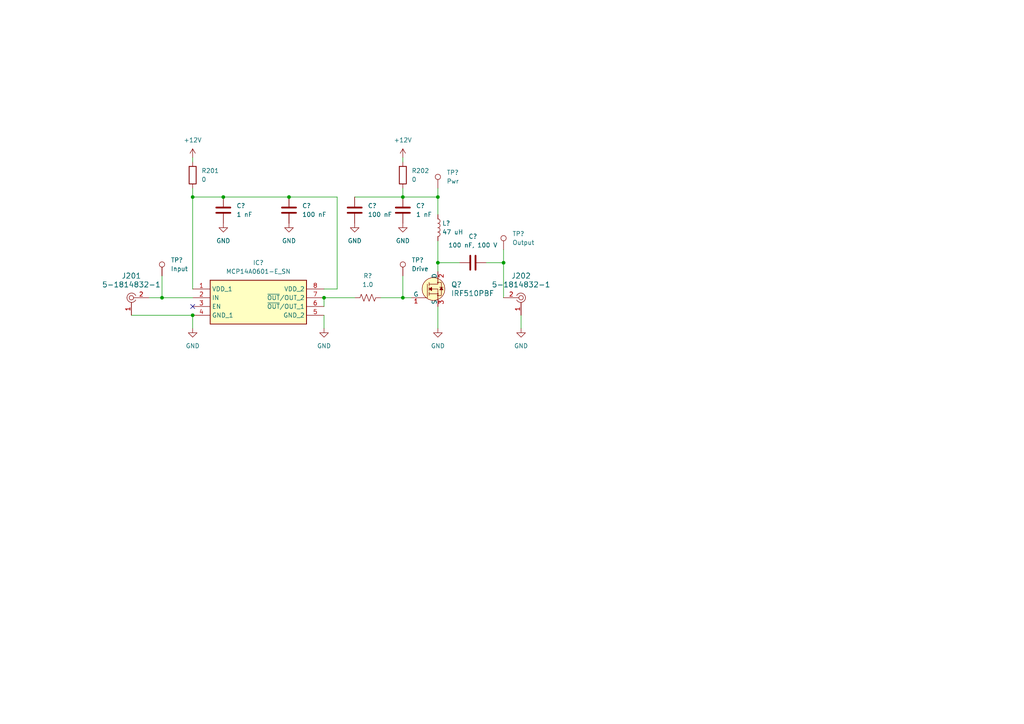
<source format=kicad_sch>
(kicad_sch (version 20230121) (generator eeschema)
  (paper "A4")
  (lib_symbols
    (symbol "Connector:TestPoint" (pin_numbers hide) (pin_names (offset 0.762) hide)
      (property "Reference" "TP" (at 0 6.858 0))
      (property "Value" "TestPoint" (at 0 5.08 0))
      (symbol "TestPoint_0_1"
        (circle (center 0 3.302) (radius 0.762))
      )
      (symbol "TestPoint_1_1"
        (pin passive line (at 0 0 90) (length 2.54) (name "1") (number "1"))
      )
    )
    (symbol "Device:C" (pin_numbers hide) (pin_names (offset 0.254))
      (property "Reference" "C" (at 0.635 2.54 0))
      (property "Value" "C" (at 0.635 -2.54 0))
      (symbol "C_0_1"
        (polyline (pts (xy -2.032 -0.762) (xy 2.032 -0.762)) (stroke (width 0.508)))
        (polyline (pts (xy -2.032 0.762) (xy 2.032 0.762)) (stroke (width 0.508)))
      )
      (symbol "C_1_1"
        (pin passive line (at 0 3.81 270) (length 2.794) (name "~") (number "1"))
        (pin passive line (at 0 -3.81 90) (length 2.794) (name "~") (number "2"))
      )
    )
    (symbol "Device:L" (pin_numbers hide) (pin_names (offset 1.016) hide)
      (property "Reference" "L" (at -1.27 0 90))
      (property "Value" "L" (at 1.905 0 90))
      (symbol "L_0_1"
        (arc (start 0 -2.54) (mid 0.6323 -1.905) (end 0 -1.27))
        (arc (start 0 -1.27) (mid 0.6323 -0.635) (end 0 0))
        (arc (start 0 0) (mid 0.6323 0.635) (end 0 1.27))
        (arc (start 0 1.27) (mid 0.6323 1.905) (end 0 2.54))
      )
      (symbol "L_1_1"
        (pin passive line (at 0 3.81 270) (length 1.27) (name "1") (number "1"))
        (pin passive line (at 0 -3.81 90) (length 1.27) (name "2") (number "2"))
      )
    )
    (symbol "Device:R" (pin_numbers hide) (pin_names (offset 0))
      (property "Reference" "R" (at 2.032 0 90))
      (property "Value" "R" (at 0 0 90))
      (symbol "R_0_1"
        (rectangle (start -1.016 -2.54) (end 1.016 2.54) (stroke (width 0.254)))
      )
      (symbol "R_1_1"
        (pin passive line (at 0 3.81 270) (length 1.27) (name "~") (number "1"))
        (pin passive line (at 0 -3.81 90) (length 1.27) (name "~") (number "2"))
      )
    )
    (symbol "Device:R_US" (pin_numbers hide) (pin_names (offset 0))
      (property "Reference" "R" (at 2.54 0 90))
      (property "Value" "R_US" (at -2.54 0 90))
      (symbol "R_US_0_1"
        (polyline (pts (xy 0 -2.286) (xy 0 -2.54)))
        (polyline (pts (xy 0 2.286) (xy 0 2.54)))
        (polyline (pts (xy 0 -0.762) (xy 1.016 -1.143) (xy 0 -1.524) (xy -1.016 -1.905) (xy 0 -2.286)))
        (polyline (pts (xy 0 0.762) (xy 1.016 0.381) (xy 0 0) (xy -1.016 -0.381) (xy 0 -0.762)))
        (polyline (pts (xy 0 2.286) (xy 1.016 1.905) (xy 0 1.524) (xy -1.016 1.143) (xy 0 0.762)))
      )
      (symbol "R_US_1_1"
        (pin passive line (at 0 3.81 270) (length 1.27) (name "~") (number "1"))
        (pin passive line (at 0 -3.81 90) (length 1.27) (name "~") (number "2"))
      )
    )
    (symbol "MCP14A0601-E_SN:MCP14A0601-E_SN"
      (property "Reference" "IC" (at 34.29 7.62 0))
      (property "Value" "MCP14A0601-E_SN" (at 34.29 5.08 0))
      (symbol "MCP14A0601-E_SN_1_1"
        (rectangle (start 5.08 2.54) (end 33.02 -10.16) (stroke (width 0.254)) (fill (type background)))
        (pin passive line (at 0 0 0) (length 5.08) (name "VDD_1") (number "1"))
        (pin passive line (at 0 -2.54 0) (length 5.08) (name "IN") (number "2"))
        (pin passive line (at 0 -5.08 0) (length 5.08) (name "EN") (number "3"))
        (pin passive line (at 0 -7.62 0) (length 5.08) (name "GND_1") (number "4"))
        (pin passive line (at 38.1 -7.62 180) (length 5.08) (name "GND_2") (number "5"))
        (pin passive line (at 38.1 -5.08 180) (length 5.08) (name "~{OUT}/OUT_1") (number "6"))
        (pin passive line (at 38.1 -2.54 180) (length 5.08) (name "~{OUT}/OUT_2") (number "7"))
        (pin passive line (at 38.1 0 180) (length 5.08) (name "VDD_2") (number "8"))
      )
    )
    (symbol "dk_Coaxial-Connectors-RF:5-1814832-1" (pin_names (offset 1.016))
      (property "Reference" "J" (at -2.54 1.27 0))
      (property "Value" "5-1814832-1" (at 1.27 -2.54 0))
      (symbol "5-1814832-1_0_1"
        (arc (start -1.27 0) (mid -0.2651 -1.3081) (end 1.27 -0.635))
        (circle (center 0 0) (radius 0.635))
        (arc (start 1.27 0.635) (mid -0.2496 1.3256) (end -1.27 0))
      )
      (symbol "5-1814832-1_1_1"
        (pin passive line (at 0 -5.08 90) (length 3.683) (name "~") (number "1"))
        (pin passive line (at 5.08 0 180) (length 4.445) (name "~") (number "2"))
      )
    )
    (symbol "dk_Transistors-FETs-MOSFETs-Single:IRF510PBF" (pin_names (offset 0))
      (property "Reference" "Q" (at -2.6924 3.6322 0))
      (property "Value" "IRF510PBF" (at 3.4544 0 90))
      (symbol "IRF510PBF_0_1"
        (circle (center -1.27 0) (radius 3.302) (fill (type background)))
        (circle (center 0 -1.905) (radius 0.127))
        (circle (center 0 -1.397) (radius 0.127))
        (polyline (pts (xy 0 -1.397) (xy -2.54 -1.397)))
        (polyline (pts (xy -5.08 -2.54) (xy -3.048 -2.54) (xy -3.048 1.397)))
        (polyline (pts (xy 0 -2.54) (xy 0 0) (xy -2.54 0)))
        (polyline (pts (xy 0 2.54) (xy 0 1.397) (xy -2.54 1.397)))
        (polyline (pts (xy -0.127 -1.905) (xy 1.016 -1.905) (xy 1.016 1.397) (xy 1.016 1.905) (xy -0.127 1.905)))
        (circle (center 0 1.905) (radius 0.127))
      )
      (symbol "IRF510PBF_1_1"
        (polyline (pts (xy -2.54 -1.397) (xy -2.54 -1.905)))
        (polyline (pts (xy -2.54 -1.397) (xy -2.54 -0.889)))
        (polyline (pts (xy -2.54 0) (xy -2.54 -0.508)))
        (polyline (pts (xy -2.54 0) (xy -2.54 0.508)))
        (polyline (pts (xy -2.54 1.905) (xy -2.54 0.889)))
        (polyline (pts (xy 1.524 0.508) (xy 0.508 0.508)))
        (polyline (pts (xy -2.54 0) (xy -1.778 0.508) (xy -1.778 -0.508) (xy -2.54 0)) (fill (type outline)))
        (polyline (pts (xy 1.016 0.508) (xy 0.508 -0.254) (xy 1.524 -0.254) (xy 1.016 0.508)) (fill (type outline)))
        (pin bidirectional line (at -7.62 -2.54 0) (length 2.54) (name "G") (number "1"))
        (pin bidirectional line (at 0 5.08 270) (length 2.54) (name "D") (number "2"))
        (pin bidirectional line (at 0 -5.08 90) (length 2.54) (name "S") (number "3"))
      )
    )
    (symbol "power:+12V" (power) (pin_names (offset 0))
      (property "Value" "+12V" (at 0 3.556 0))
      (symbol "+12V_0_1"
        (polyline (pts (xy -0.762 1.27) (xy 0 2.54)))
        (polyline (pts (xy 0 0) (xy 0 2.54)))
        (polyline (pts (xy 0 2.54) (xy 0.762 1.27)))
      )
      (symbol "+12V_1_1"
        (pin power_in line (at 0 0 90) (length 0) hide (name "+12V") (number "1"))
      )
    )
    (symbol "power:GND" (power) (pin_names (offset 0))
      (property "Value" "GND" (at 0 -3.81 0))
      (symbol "GND_0_1"
        (polyline (pts (xy 0 0) (xy 0 -1.27) (xy 1.27 -1.27) (xy 0 -2.54) (xy -1.27 -1.27) (xy 0 -1.27)))
      )
      (symbol "GND_1_1"
        (pin power_in line (at 0 0 270) (length 0) hide (name "GND") (number "1"))
      )
    )
  )
  (junction (at 55.88 57.15))
  (junction (at 93.98 86.36))
  (junction (at 127 76.2))
  (junction (at 127 57.15))
  (junction (at 64.77 57.15))
  (junction (at 146.05 76.2))
  (junction (at 55.88 91.44))
  (junction (at 46.99 86.36))
  (junction (at 83.82 57.15))
  (junction (at 116.84 86.36))
  (junction (at 116.84 57.15))
  (no_connect (at 55.88 88.9))
  (wire (pts (xy 116.84 45.72) (xy 116.84 46.99)))
  (wire (pts (xy 116.84 80.01) (xy 116.84 86.36)))
  (wire (pts (xy 55.88 57.15) (xy 64.77 57.15)))
  (wire (pts (xy 83.82 57.15) (xy 97.79 57.15)))
  (wire (pts (xy 46.99 86.36) (xy 55.88 86.36)))
  (wire (pts (xy 55.88 57.15) (xy 55.88 83.82)))
  (wire (pts (xy 97.79 83.82) (xy 93.98 83.82)))
  (wire (pts (xy 97.79 83.82) (xy 97.79 57.15)))
  (wire (pts (xy 102.87 86.36) (xy 93.98 86.36)))
  (wire (pts (xy 102.87 57.15) (xy 116.84 57.15)))
  (wire (pts (xy 116.84 86.36) (xy 119.38 86.36)))
  (wire (pts (xy 127 76.2) (xy 133.35 76.2)))
  (wire (pts (xy 64.77 57.15) (xy 83.82 57.15)))
  (wire (pts (xy 55.88 45.72) (xy 55.88 46.99)))
  (wire (pts (xy 151.13 95.25) (xy 151.13 91.44)))
  (wire (pts (xy 43.18 86.36) (xy 46.99 86.36)))
  (wire (pts (xy 127 76.2) (xy 127 78.74)))
  (wire (pts (xy 146.05 76.2) (xy 146.05 86.36)))
  (wire (pts (xy 146.05 72.39) (xy 146.05 76.2)))
  (wire (pts (xy 116.84 54.61) (xy 116.84 57.15)))
  (wire (pts (xy 127 57.15) (xy 127 62.23)))
  (wire (pts (xy 93.98 95.25) (xy 93.98 91.44)))
  (wire (pts (xy 127 54.61) (xy 127 57.15)))
  (wire (pts (xy 38.1 91.44) (xy 55.88 91.44)))
  (wire (pts (xy 46.99 80.01) (xy 46.99 86.36)))
  (wire (pts (xy 55.88 95.25) (xy 55.88 91.44)))
  (wire (pts (xy 55.88 54.61) (xy 55.88 57.15)))
  (wire (pts (xy 127 95.25) (xy 127 88.9)))
  (wire (pts (xy 93.98 86.36) (xy 93.98 88.9)))
  (wire (pts (xy 127 69.85) (xy 127 76.2)))
  (wire (pts (xy 140.97 76.2) (xy 146.05 76.2)))
  (wire (pts (xy 110.49 86.36) (xy 116.84 86.36)))
  (wire (pts (xy 116.84 57.15) (xy 127 57.15)))
  (symbol (lib_id "Device:C") (at 64.77 60.96 0) (unit 1)
    (property "Reference" "C?" (at 68.58 59.69 0) (effects (justify left)))
    (property "Value" "1 nF" (at 68.58 62.23 0) (effects (justify left)))
    (property "Footprint" "Capacitor_SMD:C_0805_2012Metric" (effects hide))
    (instances (project "RFPowerAmp" (path "" (reference "C?") (unit 1)) (path "" (reference "C201") (unit 1))) (project "Breadboard" (path "" (reference "C3") (unit 1))))
  )
  (symbol (lib_id "Device:R") (at 55.88 50.8 0) (unit 1)
    (property "Reference" "R201" (at 58.42 49.53 0) (effects (justify left)))
    (property "Value" "0" (at 58.42 52.07 0) (effects (justify left)))
    (property "Footprint" "Resistor_THT:R_Axial_DIN0309_L9.0mm_D3.2mm_P12.70mm_Horizontal" (effects hide))
  )
  (symbol (lib_id "power:GND") (at 55.88 95.25 0) (unit 1)
    (property "Reference" "#PWR?" (effects hide))
    (property "Value" "GND" (at 55.88 100.33 0))
    (instances (project "RFPowerAmp" (path "" (reference "#PWR?") (unit 1)) (path "" (reference "#PWR02") (unit 1))) (project "Breadboard" (path "" (reference "#PWR03") (unit 1))))
  )
  (symbol (lib_id "power:GND") (at 102.87 64.77 0) (unit 1)
    (property "Reference" "#PWR?" (effects hide))
    (property "Value" "GND" (at 102.87 69.85 0))
    (instances (project "RFPowerAmp" (path "" (reference "#PWR?") (unit 1)) (path "" (reference "#PWR08") (unit 1))) (project "Breadboard" (path "" (reference "#PWR08") (unit 1))))
  )
  (symbol (lib_id "dk_Coaxial-Connectors-RF:5-1814832-1") (at 38.1 86.36 0) (unit 1)
    (property "Reference" "J201" (at 38.0999 80.01 0) (effects (font (size 1.524 1.524))))
    (property "Value" "5-1814832-1" (at 38.0999 82.55 0) (effects (font (size 1.524 1.524))))
    (property "Footprint" "digikey-footprints:RF_SMA_Vertical_5-1814832-1" (effects hide))
    (property "Datasheet" "https://www.te.com/commerce/DocumentDelivery/DDEController?Action=srchrtrv&DocNm=1814832&DocType=Customer+Drawing&DocLang=English" (effects hide))
    (property "Digi-Key_PN" "A97594-ND" (effects hide))
    (property "MPN" "5-1814832-1" (effects hide))
    (property "Category" "Connectors, Interconnects" (effects hide))
    (property "Family" "Coaxial Connectors (RF)" (effects hide))
    (property "DK_Datasheet_Link" "https://www.te.com/commerce/DocumentDelivery/DDEController?Action=srchrtrv&DocNm=1814832&DocType=Customer+Drawing&DocLang=English" (effects hide))
    (property "DK_Detail_Page" "/product-detail/en/te-connectivity-amp-connectors/5-1814832-1/A97594-ND/1755982" (effects hide))
    (property "Description" "CONN SMA JACK STR 50 OHM PCB" (effects hide))
    (property "Manufacturer" "TE Connectivity AMP Connectors" (effects hide))
    (property "Status" "Active" (effects hide))
  )
  (symbol (lib_id "Connector:TestPoint") (at 146.05 72.39 0) (unit 1)
    (property "Reference" "TP?" (at 148.59 67.818 0) (effects (justify left)))
    (property "Value" "Output" (at 148.59 70.358 0) (effects (justify left)))
    (property "Footprint" "TestPoint:TestPoint_THTPad_D3.0mm_Drill1.5mm" (effects hide))
    (instances (project "RFPowerAmp" (path "" (reference "TP?") (unit 1)) (path "" (reference "TP203") (unit 1))) (project "Breadboard" (path "" (reference "TP3") (unit 1))))
  )
  (symbol (lib_id "Device:C") (at 102.87 60.96 0) (unit 1)
    (property "Reference" "C?" (at 106.68 59.69 0) (effects (justify left)))
    (property "Value" "100 nF" (at 106.68 62.23 0) (effects (justify left)))
    (property "Footprint" "Capacitor_SMD:C_0805_2012Metric" (effects hide))
    (instances (project "RFPowerAmp" (path "" (reference "C?") (unit 1)) (path "" (reference "C203") (unit 1))) (project "Breadboard" (path "" (reference "C5") (unit 1))))
  )
  (symbol (lib_id "Connector:TestPoint") (at 46.99 80.01 0) (unit 1)
    (property "Reference" "TP?" (at 49.53 75.438 0) (effects (justify left)))
    (property "Value" "Input" (at 49.53 77.978 0) (effects (justify left)))
    (property "Footprint" "TestPoint:TestPoint_THTPad_D3.0mm_Drill1.5mm" (effects hide))
    (instances (project "RFPowerAmp" (path "" (reference "TP?") (unit 1)) (path "" (reference "TP201") (unit 1))) (project "Breadboard" (path "" (reference "TP1") (unit 1))))
  )
  (symbol (lib_id "Device:R_US") (at 106.68 86.36 270) (unit 1)
    (property "Reference" "R?" (at 106.68 80.01 90))
    (property "Value" "1.0" (at 106.68 82.55 90))
    (property "Footprint" "Resistor_SMD:R_0805_2012Metric" (effects hide))
    (instances (project "RFPowerAmp" (path "" (reference "R?") (unit 1)) (path "" (reference "R203") (unit 1))) (project "Breadboard" (path "" (reference "R1") (unit 1))))
  )
  (symbol (lib_id "power:+12V") (at 55.88 45.72 0) (unit 1)
    (property "Reference" "#PWR01" (effects hide))
    (property "Value" "+12V" (at 55.88 40.64 0))
  )
  (symbol (lib_id "Device:R") (at 116.84 50.8 0) (unit 1)
    (property "Reference" "R202" (at 119.38 49.53 0) (effects (justify left)))
    (property "Value" "0" (at 119.38 52.07 0) (effects (justify left)))
    (property "Footprint" "Resistor_THT:R_Axial_DIN0309_L9.0mm_D3.2mm_P12.70mm_Horizontal" (effects hide))
  )
  (symbol (lib_id "power:+12V") (at 116.84 45.72 0) (unit 1)
    (property "Reference" "#PWR021" (effects hide))
    (property "Value" "+12V" (at 116.84 40.64 0))
  )
  (symbol (lib_id "dk_Transistors-FETs-MOSFETs-Single:IRF510PBF") (at 127 83.82 0) (unit 1)
    (property "Reference" "Q?" (at 130.81 82.55 0) (effects (font (size 1.524 1.524)) (justify left)))
    (property "Value" "IRF510PBF" (at 130.81 85.09 0) (effects (font (size 1.524 1.524)) (justify left)))
    (property "Footprint" "digikey-footprints:TO-220-3" (effects hide))
    (property "Datasheet" "http://www.vishay.com/docs/91015/sihf510.pdf" (effects hide))
    (property "Digi-Key_PN" "IRF510PBF-ND" (effects hide))
    (property "MPN" "IRF510PBF" (effects hide))
    (property "Category" "Discrete Semiconductor Products" (effects hide))
    (property "Family" "Transistors - FETs, MOSFETs - Single" (effects hide))
    (property "DK_Datasheet_Link" "http://www.vishay.com/docs/91015/sihf510.pdf" (effects hide))
    (property "DK_Detail_Page" "/product-detail/en/vishay-siliconix/IRF510PBF/IRF510PBF-ND/811710" (effects hide))
    (property "Description" "MOSFET N-CH 100V 5.6A TO-220AB" (effects hide))
    (property "Manufacturer" "Vishay Siliconix" (effects hide))
    (property "Status" "Active" (effects hide))
    (instances (project "RFPowerAmp" (path "" (reference "Q?") (unit 1)) (path "" (reference "Q201") (unit 1))) (project "Breadboard" (path "" (reference "Q1") (unit 1))))
  )
  (symbol (lib_id "power:GND") (at 64.77 64.77 0) (unit 1)
    (property "Reference" "#PWR?" (effects hide))
    (property "Value" "GND" (at 64.77 69.85 0))
    (instances (project "RFPowerAmp" (path "" (reference "#PWR?") (unit 1)) (path "" (reference "#PWR03") (unit 1))) (project "Breadboard" (path "" (reference "#PWR06") (unit 1))))
  )
  (symbol (lib_id "Device:C") (at 137.16 76.2 90) (unit 1)
    (property "Reference" "C?" (at 137.16 68.58 90))
    (property "Value" "100 nF, 100 V" (at 137.16 71.12 90))
    (property "Footprint" "Capacitor_SMD:C_0805_2012Metric" (effects hide))
    (instances (project "RFPowerAmp" (path "" (reference "C?") (unit 1)) (path "" (reference "C205") (unit 1))) (project "Breadboard" (path "" (reference "C7") (unit 1))))
  )
  (symbol (lib_id "power:GND") (at 93.98 95.25 0) (unit 1)
    (property "Reference" "#PWR?" (effects hide))
    (property "Value" "GND" (at 93.98 100.33 0))
    (instances (project "RFPowerAmp" (path "" (reference "#PWR?") (unit 1)) (path "" (reference "#PWR07") (unit 1))) (project "Breadboard" (path "" (reference "#PWR04") (unit 1))))
  )
  (symbol (lib_id "Device:L") (at 127 66.04 0) (unit 1)
    (property "Reference" "L?" (at 128.27 64.77 0) (effects (justify left)))
    (property "Value" "47 uH" (at 128.27 67.31 0) (effects (justify left)))
    (property "Footprint" "Inductor_THT:L_Toroid_Horizontal_D9.5mm_P15.00mm_Diameter10-5mm_Amidon-T37" (effects hide))
    (property "Notes" "12T on FT37-43" (effects hide))
    (instances (project "RFPowerAmp" (path "" (reference "L?") (unit 1)) (path "" (reference "L201") (unit 1))) (project "Breadboard" (path "" (reference "L1") (unit 1))))
  )
  (symbol (lib_id "Connector:TestPoint") (at 127 54.61 0) (unit 1)
    (property "Reference" "TP?" (at 129.54 50.038 0) (effects (justify left)))
    (property "Value" "Pwr" (at 129.54 52.578 0) (effects (justify left)))
    (property "Footprint" "TestPoint:TestPoint_THTPad_D3.0mm_Drill1.5mm" (effects hide))
    (instances (project "RFPowerAmp" (path "" (reference "TP?") (unit 1)) (path "" (reference "TP204") (unit 1))) (project "Breadboard" (path "" (reference "TP4") (unit 1))))
  )
  (symbol (lib_id "power:GND") (at 83.82 64.77 0) (unit 1)
    (property "Reference" "#PWR?" (effects hide))
    (property "Value" "GND" (at 83.82 69.85 0))
    (instances (project "RFPowerAmp" (path "" (reference "#PWR?") (unit 1)) (path "" (reference "#PWR06") (unit 1))) (project "Breadboard" (path "" (reference "#PWR09") (unit 1))))
  )
  (symbol (lib_id "Connector:TestPoint") (at 116.84 80.01 0) (unit 1)
    (property "Reference" "TP?" (at 119.38 75.438 0) (effects (justify left)))
    (property "Value" "Drive" (at 119.38 77.978 0) (effects (justify left)))
    (property "Footprint" "TestPoint:TestPoint_THTPad_D3.0mm_Drill1.5mm" (effects hide))
    (instances (project "RFPowerAmp" (path "" (reference "TP?") (unit 1)) (path "" (reference "TP202") (unit 1))) (project "Breadboard" (path "" (reference "TP2") (unit 1))))
  )
  (symbol (lib_id "power:GND") (at 116.84 64.77 0) (unit 1)
    (property "Reference" "#PWR?" (effects hide))
    (property "Value" "GND" (at 116.84 69.85 0))
    (instances (project "RFPowerAmp" (path "" (reference "#PWR?") (unit 1)) (path "" (reference "#PWR09") (unit 1))) (project "Breadboard" (path "" (reference "#PWR05") (unit 1))))
  )
  (symbol (lib_id "dk_Coaxial-Connectors-RF:5-1814832-1") (at 151.13 86.36 0) (mirror y) (unit 1)
    (property "Reference" "J202" (at 151.1301 80.01 0) (effects (font (size 1.524 1.524))))
    (property "Value" "5-1814832-1" (at 151.1301 82.55 0) (effects (font (size 1.524 1.524))))
    (property "Footprint" "digikey-footprints:RF_SMA_Vertical_5-1814832-1" (effects hide))
    (property "Datasheet" "https://www.te.com/commerce/DocumentDelivery/DDEController?Action=srchrtrv&DocNm=1814832&DocType=Customer+Drawing&DocLang=English" (effects hide))
    (property "Digi-Key_PN" "A97594-ND" (effects hide))
    (property "MPN" "5-1814832-1" (effects hide))
    (property "Category" "Connectors, Interconnects" (effects hide))
    (property "Family" "Coaxial Connectors (RF)" (effects hide))
    (property "DK_Datasheet_Link" "https://www.te.com/commerce/DocumentDelivery/DDEController?Action=srchrtrv&DocNm=1814832&DocType=Customer+Drawing&DocLang=English" (effects hide))
    (property "DK_Detail_Page" "/product-detail/en/te-connectivity-amp-connectors/5-1814832-1/A97594-ND/1755982" (effects hide))
    (property "Description" "CONN SMA JACK STR 50 OHM PCB" (effects hide))
    (property "Manufacturer" "TE Connectivity AMP Connectors" (effects hide))
    (property "Status" "Active" (effects hide))
  )
  (symbol (lib_id "Device:C") (at 83.82 60.96 0) (unit 1)
    (property "Reference" "C?" (at 87.63 59.69 0) (effects (justify left)))
    (property "Value" "100 nF" (at 87.63 62.23 0) (effects (justify left)))
    (property "Footprint" "Capacitor_SMD:C_0805_2012Metric" (effects hide))
    (instances (project "RFPowerAmp" (path "" (reference "C?") (unit 1)) (path "" (reference "C202") (unit 1))) (project "Breadboard" (path "" (reference "C4") (unit 1))))
  )
  (symbol (lib_id "power:GND") (at 127 95.25 0) (unit 1)
    (property "Reference" "#PWR?" (effects hide))
    (property "Value" "GND" (at 127 100.33 0))
    (instances (project "RFPowerAmp" (path "" (reference "#PWR?") (unit 1)) (path "" (reference "#PWR010") (unit 1))) (project "Breadboard" (path "" (reference "#PWR07") (unit 1))))
  )
  (symbol (lib_id "power:GND") (at 151.13 95.25 0) (unit 1)
    (property "Reference" "#PWR?" (effects hide))
    (property "Value" "GND" (at 151.13 100.33 0))
    (instances (project "RFPowerAmp" (path "" (reference "#PWR?") (unit 1)) (path "" (reference "#PWR011") (unit 1))) (project "Breadboard" (path "" (reference "#PWR010") (unit 1))))
  )
  (symbol (lib_id "MCP14A0601-E_SN:MCP14A0601-E_SN") (at 55.88 83.82 0) (unit 1)
    (property "Reference" "IC?" (at 74.93 76.2 0))
    (property "Value" "MCP14A0601-E_SN" (at 74.93 78.74 0))
    (property "Footprint" "SOIC127P600X175-8N" (effects hide))
    (property "Datasheet" "https://www.arrow.com/en/products/mcp14a0601-esn/microchip-technology" (effects hide))
    (property "Height" "1.75" (effects hide))
    (property "Mouser Part Number" "579-MCP14A0601-E/SN" (effects hide))
    (property "Mouser Price/Stock" "https://www.mouser.co.uk/ProductDetail/Microchip-Technology/MCP14A0601-E-SN?qs=IP4CA2YhK0AgOYVk%252Bovogw%3D%3D" (effects hide))
    (property "Manufacturer_Name" "Microchip" (effects hide))
    (property "Manufacturer_Part_Number" "MCP14A0601-E/SN" (effects hide))
    (instances (project "RFPowerAmp" (path "" (reference "IC?") (unit 1)) (path "" (reference "IC201") (unit 1))) (project "Breadboard" (path "" (reference "IC1") (unit 1))))
  )
  (symbol (lib_id "Device:C") (at 116.84 60.96 0) (unit 1)
    (property "Reference" "C?" (at 120.65 59.69 0) (effects (justify left)))
    (property "Value" "1 nF" (at 120.65 62.23 0) (effects (justify left)))
    (property "Footprint" "Capacitor_SMD:C_0805_2012Metric" (effects hide))
    (instances (project "RFPowerAmp" (path "" (reference "C?") (unit 1)) (path "" (reference "C204") (unit 1))) (project "Breadboard" (path "" (reference "C6") (unit 1))))
  )
)
</source>
